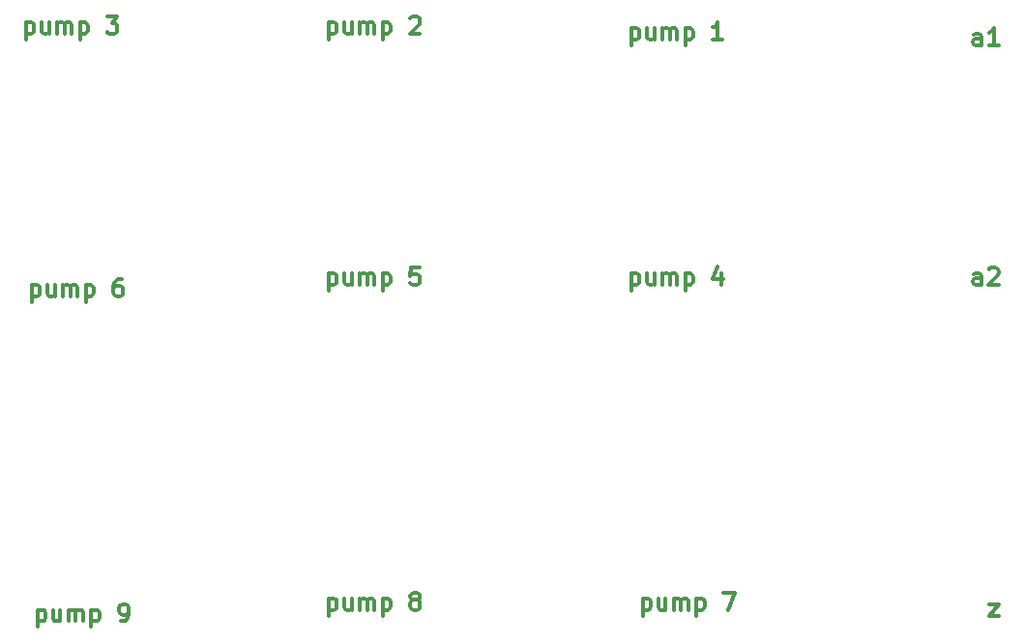
<source format=gbr>
G04 #@! TF.GenerationSoftware,KiCad,Pcbnew,8.0.8-8.0.8-0~ubuntu24.04.1*
G04 #@! TF.CreationDate,2025-04-08T09:18:08-05:00*
G04 #@! TF.ProjectId,wasabi,77617361-6269-42e6-9b69-6361645f7063,rev?*
G04 #@! TF.SameCoordinates,Original*
G04 #@! TF.FileFunction,OtherDrawing,Comment*
%FSLAX46Y46*%
G04 Gerber Fmt 4.6, Leading zero omitted, Abs format (unit mm)*
G04 Created by KiCad (PCBNEW 8.0.8-8.0.8-0~ubuntu24.04.1) date 2025-04-08 09:18:08*
%MOMM*%
%LPD*%
G01*
G04 APERTURE LIST*
%ADD10C,0.300000*%
G04 APERTURE END LIST*
D10*
X100054510Y-112300828D02*
X100054510Y-113800828D01*
X100054510Y-112372257D02*
X100197368Y-112300828D01*
X100197368Y-112300828D02*
X100483082Y-112300828D01*
X100483082Y-112300828D02*
X100625939Y-112372257D01*
X100625939Y-112372257D02*
X100697368Y-112443685D01*
X100697368Y-112443685D02*
X100768796Y-112586542D01*
X100768796Y-112586542D02*
X100768796Y-113015114D01*
X100768796Y-113015114D02*
X100697368Y-113157971D01*
X100697368Y-113157971D02*
X100625939Y-113229400D01*
X100625939Y-113229400D02*
X100483082Y-113300828D01*
X100483082Y-113300828D02*
X100197368Y-113300828D01*
X100197368Y-113300828D02*
X100054510Y-113229400D01*
X102054511Y-112300828D02*
X102054511Y-113300828D01*
X101411653Y-112300828D02*
X101411653Y-113086542D01*
X101411653Y-113086542D02*
X101483082Y-113229400D01*
X101483082Y-113229400D02*
X101625939Y-113300828D01*
X101625939Y-113300828D02*
X101840225Y-113300828D01*
X101840225Y-113300828D02*
X101983082Y-113229400D01*
X101983082Y-113229400D02*
X102054511Y-113157971D01*
X102768796Y-113300828D02*
X102768796Y-112300828D01*
X102768796Y-112443685D02*
X102840225Y-112372257D01*
X102840225Y-112372257D02*
X102983082Y-112300828D01*
X102983082Y-112300828D02*
X103197368Y-112300828D01*
X103197368Y-112300828D02*
X103340225Y-112372257D01*
X103340225Y-112372257D02*
X103411654Y-112515114D01*
X103411654Y-112515114D02*
X103411654Y-113300828D01*
X103411654Y-112515114D02*
X103483082Y-112372257D01*
X103483082Y-112372257D02*
X103625939Y-112300828D01*
X103625939Y-112300828D02*
X103840225Y-112300828D01*
X103840225Y-112300828D02*
X103983082Y-112372257D01*
X103983082Y-112372257D02*
X104054511Y-112515114D01*
X104054511Y-112515114D02*
X104054511Y-113300828D01*
X104768796Y-112300828D02*
X104768796Y-113800828D01*
X104768796Y-112372257D02*
X104911654Y-112300828D01*
X104911654Y-112300828D02*
X105197368Y-112300828D01*
X105197368Y-112300828D02*
X105340225Y-112372257D01*
X105340225Y-112372257D02*
X105411654Y-112443685D01*
X105411654Y-112443685D02*
X105483082Y-112586542D01*
X105483082Y-112586542D02*
X105483082Y-113015114D01*
X105483082Y-113015114D02*
X105411654Y-113157971D01*
X105411654Y-113157971D02*
X105340225Y-113229400D01*
X105340225Y-113229400D02*
X105197368Y-113300828D01*
X105197368Y-113300828D02*
X104911654Y-113300828D01*
X104911654Y-113300828D02*
X104768796Y-113229400D01*
X107983082Y-111800828D02*
X107268796Y-111800828D01*
X107268796Y-111800828D02*
X107197368Y-112515114D01*
X107197368Y-112515114D02*
X107268796Y-112443685D01*
X107268796Y-112443685D02*
X107411654Y-112372257D01*
X107411654Y-112372257D02*
X107768796Y-112372257D01*
X107768796Y-112372257D02*
X107911654Y-112443685D01*
X107911654Y-112443685D02*
X107983082Y-112515114D01*
X107983082Y-112515114D02*
X108054511Y-112657971D01*
X108054511Y-112657971D02*
X108054511Y-113015114D01*
X108054511Y-113015114D02*
X107983082Y-113157971D01*
X107983082Y-113157971D02*
X107911654Y-113229400D01*
X107911654Y-113229400D02*
X107768796Y-113300828D01*
X107768796Y-113300828D02*
X107411654Y-113300828D01*
X107411654Y-113300828D02*
X107268796Y-113229400D01*
X107268796Y-113229400D02*
X107197368Y-113157971D01*
X157197368Y-113300828D02*
X157197368Y-112515114D01*
X157197368Y-112515114D02*
X157125939Y-112372257D01*
X157125939Y-112372257D02*
X156983082Y-112300828D01*
X156983082Y-112300828D02*
X156697368Y-112300828D01*
X156697368Y-112300828D02*
X156554510Y-112372257D01*
X157197368Y-113229400D02*
X157054510Y-113300828D01*
X157054510Y-113300828D02*
X156697368Y-113300828D01*
X156697368Y-113300828D02*
X156554510Y-113229400D01*
X156554510Y-113229400D02*
X156483082Y-113086542D01*
X156483082Y-113086542D02*
X156483082Y-112943685D01*
X156483082Y-112943685D02*
X156554510Y-112800828D01*
X156554510Y-112800828D02*
X156697368Y-112729400D01*
X156697368Y-112729400D02*
X157054510Y-112729400D01*
X157054510Y-112729400D02*
X157197368Y-112657971D01*
X157840225Y-111943685D02*
X157911653Y-111872257D01*
X157911653Y-111872257D02*
X158054511Y-111800828D01*
X158054511Y-111800828D02*
X158411653Y-111800828D01*
X158411653Y-111800828D02*
X158554511Y-111872257D01*
X158554511Y-111872257D02*
X158625939Y-111943685D01*
X158625939Y-111943685D02*
X158697368Y-112086542D01*
X158697368Y-112086542D02*
X158697368Y-112229400D01*
X158697368Y-112229400D02*
X158625939Y-112443685D01*
X158625939Y-112443685D02*
X157768796Y-113300828D01*
X157768796Y-113300828D02*
X158697368Y-113300828D01*
X157911653Y-141300828D02*
X158697368Y-141300828D01*
X158697368Y-141300828D02*
X157911653Y-142300828D01*
X157911653Y-142300828D02*
X158697368Y-142300828D01*
X74554510Y-141800828D02*
X74554510Y-143300828D01*
X74554510Y-141872257D02*
X74697368Y-141800828D01*
X74697368Y-141800828D02*
X74983082Y-141800828D01*
X74983082Y-141800828D02*
X75125939Y-141872257D01*
X75125939Y-141872257D02*
X75197368Y-141943685D01*
X75197368Y-141943685D02*
X75268796Y-142086542D01*
X75268796Y-142086542D02*
X75268796Y-142515114D01*
X75268796Y-142515114D02*
X75197368Y-142657971D01*
X75197368Y-142657971D02*
X75125939Y-142729400D01*
X75125939Y-142729400D02*
X74983082Y-142800828D01*
X74983082Y-142800828D02*
X74697368Y-142800828D01*
X74697368Y-142800828D02*
X74554510Y-142729400D01*
X76554511Y-141800828D02*
X76554511Y-142800828D01*
X75911653Y-141800828D02*
X75911653Y-142586542D01*
X75911653Y-142586542D02*
X75983082Y-142729400D01*
X75983082Y-142729400D02*
X76125939Y-142800828D01*
X76125939Y-142800828D02*
X76340225Y-142800828D01*
X76340225Y-142800828D02*
X76483082Y-142729400D01*
X76483082Y-142729400D02*
X76554511Y-142657971D01*
X77268796Y-142800828D02*
X77268796Y-141800828D01*
X77268796Y-141943685D02*
X77340225Y-141872257D01*
X77340225Y-141872257D02*
X77483082Y-141800828D01*
X77483082Y-141800828D02*
X77697368Y-141800828D01*
X77697368Y-141800828D02*
X77840225Y-141872257D01*
X77840225Y-141872257D02*
X77911654Y-142015114D01*
X77911654Y-142015114D02*
X77911654Y-142800828D01*
X77911654Y-142015114D02*
X77983082Y-141872257D01*
X77983082Y-141872257D02*
X78125939Y-141800828D01*
X78125939Y-141800828D02*
X78340225Y-141800828D01*
X78340225Y-141800828D02*
X78483082Y-141872257D01*
X78483082Y-141872257D02*
X78554511Y-142015114D01*
X78554511Y-142015114D02*
X78554511Y-142800828D01*
X79268796Y-141800828D02*
X79268796Y-143300828D01*
X79268796Y-141872257D02*
X79411654Y-141800828D01*
X79411654Y-141800828D02*
X79697368Y-141800828D01*
X79697368Y-141800828D02*
X79840225Y-141872257D01*
X79840225Y-141872257D02*
X79911654Y-141943685D01*
X79911654Y-141943685D02*
X79983082Y-142086542D01*
X79983082Y-142086542D02*
X79983082Y-142515114D01*
X79983082Y-142515114D02*
X79911654Y-142657971D01*
X79911654Y-142657971D02*
X79840225Y-142729400D01*
X79840225Y-142729400D02*
X79697368Y-142800828D01*
X79697368Y-142800828D02*
X79411654Y-142800828D01*
X79411654Y-142800828D02*
X79268796Y-142729400D01*
X81840225Y-142800828D02*
X82125939Y-142800828D01*
X82125939Y-142800828D02*
X82268796Y-142729400D01*
X82268796Y-142729400D02*
X82340225Y-142657971D01*
X82340225Y-142657971D02*
X82483082Y-142443685D01*
X82483082Y-142443685D02*
X82554511Y-142157971D01*
X82554511Y-142157971D02*
X82554511Y-141586542D01*
X82554511Y-141586542D02*
X82483082Y-141443685D01*
X82483082Y-141443685D02*
X82411654Y-141372257D01*
X82411654Y-141372257D02*
X82268796Y-141300828D01*
X82268796Y-141300828D02*
X81983082Y-141300828D01*
X81983082Y-141300828D02*
X81840225Y-141372257D01*
X81840225Y-141372257D02*
X81768796Y-141443685D01*
X81768796Y-141443685D02*
X81697368Y-141586542D01*
X81697368Y-141586542D02*
X81697368Y-141943685D01*
X81697368Y-141943685D02*
X81768796Y-142086542D01*
X81768796Y-142086542D02*
X81840225Y-142157971D01*
X81840225Y-142157971D02*
X81983082Y-142229400D01*
X81983082Y-142229400D02*
X82268796Y-142229400D01*
X82268796Y-142229400D02*
X82411654Y-142157971D01*
X82411654Y-142157971D02*
X82483082Y-142086542D01*
X82483082Y-142086542D02*
X82554511Y-141943685D01*
X127554510Y-140800828D02*
X127554510Y-142300828D01*
X127554510Y-140872257D02*
X127697368Y-140800828D01*
X127697368Y-140800828D02*
X127983082Y-140800828D01*
X127983082Y-140800828D02*
X128125939Y-140872257D01*
X128125939Y-140872257D02*
X128197368Y-140943685D01*
X128197368Y-140943685D02*
X128268796Y-141086542D01*
X128268796Y-141086542D02*
X128268796Y-141515114D01*
X128268796Y-141515114D02*
X128197368Y-141657971D01*
X128197368Y-141657971D02*
X128125939Y-141729400D01*
X128125939Y-141729400D02*
X127983082Y-141800828D01*
X127983082Y-141800828D02*
X127697368Y-141800828D01*
X127697368Y-141800828D02*
X127554510Y-141729400D01*
X129554511Y-140800828D02*
X129554511Y-141800828D01*
X128911653Y-140800828D02*
X128911653Y-141586542D01*
X128911653Y-141586542D02*
X128983082Y-141729400D01*
X128983082Y-141729400D02*
X129125939Y-141800828D01*
X129125939Y-141800828D02*
X129340225Y-141800828D01*
X129340225Y-141800828D02*
X129483082Y-141729400D01*
X129483082Y-141729400D02*
X129554511Y-141657971D01*
X130268796Y-141800828D02*
X130268796Y-140800828D01*
X130268796Y-140943685D02*
X130340225Y-140872257D01*
X130340225Y-140872257D02*
X130483082Y-140800828D01*
X130483082Y-140800828D02*
X130697368Y-140800828D01*
X130697368Y-140800828D02*
X130840225Y-140872257D01*
X130840225Y-140872257D02*
X130911654Y-141015114D01*
X130911654Y-141015114D02*
X130911654Y-141800828D01*
X130911654Y-141015114D02*
X130983082Y-140872257D01*
X130983082Y-140872257D02*
X131125939Y-140800828D01*
X131125939Y-140800828D02*
X131340225Y-140800828D01*
X131340225Y-140800828D02*
X131483082Y-140872257D01*
X131483082Y-140872257D02*
X131554511Y-141015114D01*
X131554511Y-141015114D02*
X131554511Y-141800828D01*
X132268796Y-140800828D02*
X132268796Y-142300828D01*
X132268796Y-140872257D02*
X132411654Y-140800828D01*
X132411654Y-140800828D02*
X132697368Y-140800828D01*
X132697368Y-140800828D02*
X132840225Y-140872257D01*
X132840225Y-140872257D02*
X132911654Y-140943685D01*
X132911654Y-140943685D02*
X132983082Y-141086542D01*
X132983082Y-141086542D02*
X132983082Y-141515114D01*
X132983082Y-141515114D02*
X132911654Y-141657971D01*
X132911654Y-141657971D02*
X132840225Y-141729400D01*
X132840225Y-141729400D02*
X132697368Y-141800828D01*
X132697368Y-141800828D02*
X132411654Y-141800828D01*
X132411654Y-141800828D02*
X132268796Y-141729400D01*
X134625939Y-140300828D02*
X135625939Y-140300828D01*
X135625939Y-140300828D02*
X134983082Y-141800828D01*
X73554510Y-90300828D02*
X73554510Y-91800828D01*
X73554510Y-90372257D02*
X73697368Y-90300828D01*
X73697368Y-90300828D02*
X73983082Y-90300828D01*
X73983082Y-90300828D02*
X74125939Y-90372257D01*
X74125939Y-90372257D02*
X74197368Y-90443685D01*
X74197368Y-90443685D02*
X74268796Y-90586542D01*
X74268796Y-90586542D02*
X74268796Y-91015114D01*
X74268796Y-91015114D02*
X74197368Y-91157971D01*
X74197368Y-91157971D02*
X74125939Y-91229400D01*
X74125939Y-91229400D02*
X73983082Y-91300828D01*
X73983082Y-91300828D02*
X73697368Y-91300828D01*
X73697368Y-91300828D02*
X73554510Y-91229400D01*
X75554511Y-90300828D02*
X75554511Y-91300828D01*
X74911653Y-90300828D02*
X74911653Y-91086542D01*
X74911653Y-91086542D02*
X74983082Y-91229400D01*
X74983082Y-91229400D02*
X75125939Y-91300828D01*
X75125939Y-91300828D02*
X75340225Y-91300828D01*
X75340225Y-91300828D02*
X75483082Y-91229400D01*
X75483082Y-91229400D02*
X75554511Y-91157971D01*
X76268796Y-91300828D02*
X76268796Y-90300828D01*
X76268796Y-90443685D02*
X76340225Y-90372257D01*
X76340225Y-90372257D02*
X76483082Y-90300828D01*
X76483082Y-90300828D02*
X76697368Y-90300828D01*
X76697368Y-90300828D02*
X76840225Y-90372257D01*
X76840225Y-90372257D02*
X76911654Y-90515114D01*
X76911654Y-90515114D02*
X76911654Y-91300828D01*
X76911654Y-90515114D02*
X76983082Y-90372257D01*
X76983082Y-90372257D02*
X77125939Y-90300828D01*
X77125939Y-90300828D02*
X77340225Y-90300828D01*
X77340225Y-90300828D02*
X77483082Y-90372257D01*
X77483082Y-90372257D02*
X77554511Y-90515114D01*
X77554511Y-90515114D02*
X77554511Y-91300828D01*
X78268796Y-90300828D02*
X78268796Y-91800828D01*
X78268796Y-90372257D02*
X78411654Y-90300828D01*
X78411654Y-90300828D02*
X78697368Y-90300828D01*
X78697368Y-90300828D02*
X78840225Y-90372257D01*
X78840225Y-90372257D02*
X78911654Y-90443685D01*
X78911654Y-90443685D02*
X78983082Y-90586542D01*
X78983082Y-90586542D02*
X78983082Y-91015114D01*
X78983082Y-91015114D02*
X78911654Y-91157971D01*
X78911654Y-91157971D02*
X78840225Y-91229400D01*
X78840225Y-91229400D02*
X78697368Y-91300828D01*
X78697368Y-91300828D02*
X78411654Y-91300828D01*
X78411654Y-91300828D02*
X78268796Y-91229400D01*
X80625939Y-89800828D02*
X81554511Y-89800828D01*
X81554511Y-89800828D02*
X81054511Y-90372257D01*
X81054511Y-90372257D02*
X81268796Y-90372257D01*
X81268796Y-90372257D02*
X81411654Y-90443685D01*
X81411654Y-90443685D02*
X81483082Y-90515114D01*
X81483082Y-90515114D02*
X81554511Y-90657971D01*
X81554511Y-90657971D02*
X81554511Y-91015114D01*
X81554511Y-91015114D02*
X81483082Y-91157971D01*
X81483082Y-91157971D02*
X81411654Y-91229400D01*
X81411654Y-91229400D02*
X81268796Y-91300828D01*
X81268796Y-91300828D02*
X80840225Y-91300828D01*
X80840225Y-91300828D02*
X80697368Y-91229400D01*
X80697368Y-91229400D02*
X80625939Y-91157971D01*
X100054510Y-140800828D02*
X100054510Y-142300828D01*
X100054510Y-140872257D02*
X100197368Y-140800828D01*
X100197368Y-140800828D02*
X100483082Y-140800828D01*
X100483082Y-140800828D02*
X100625939Y-140872257D01*
X100625939Y-140872257D02*
X100697368Y-140943685D01*
X100697368Y-140943685D02*
X100768796Y-141086542D01*
X100768796Y-141086542D02*
X100768796Y-141515114D01*
X100768796Y-141515114D02*
X100697368Y-141657971D01*
X100697368Y-141657971D02*
X100625939Y-141729400D01*
X100625939Y-141729400D02*
X100483082Y-141800828D01*
X100483082Y-141800828D02*
X100197368Y-141800828D01*
X100197368Y-141800828D02*
X100054510Y-141729400D01*
X102054511Y-140800828D02*
X102054511Y-141800828D01*
X101411653Y-140800828D02*
X101411653Y-141586542D01*
X101411653Y-141586542D02*
X101483082Y-141729400D01*
X101483082Y-141729400D02*
X101625939Y-141800828D01*
X101625939Y-141800828D02*
X101840225Y-141800828D01*
X101840225Y-141800828D02*
X101983082Y-141729400D01*
X101983082Y-141729400D02*
X102054511Y-141657971D01*
X102768796Y-141800828D02*
X102768796Y-140800828D01*
X102768796Y-140943685D02*
X102840225Y-140872257D01*
X102840225Y-140872257D02*
X102983082Y-140800828D01*
X102983082Y-140800828D02*
X103197368Y-140800828D01*
X103197368Y-140800828D02*
X103340225Y-140872257D01*
X103340225Y-140872257D02*
X103411654Y-141015114D01*
X103411654Y-141015114D02*
X103411654Y-141800828D01*
X103411654Y-141015114D02*
X103483082Y-140872257D01*
X103483082Y-140872257D02*
X103625939Y-140800828D01*
X103625939Y-140800828D02*
X103840225Y-140800828D01*
X103840225Y-140800828D02*
X103983082Y-140872257D01*
X103983082Y-140872257D02*
X104054511Y-141015114D01*
X104054511Y-141015114D02*
X104054511Y-141800828D01*
X104768796Y-140800828D02*
X104768796Y-142300828D01*
X104768796Y-140872257D02*
X104911654Y-140800828D01*
X104911654Y-140800828D02*
X105197368Y-140800828D01*
X105197368Y-140800828D02*
X105340225Y-140872257D01*
X105340225Y-140872257D02*
X105411654Y-140943685D01*
X105411654Y-140943685D02*
X105483082Y-141086542D01*
X105483082Y-141086542D02*
X105483082Y-141515114D01*
X105483082Y-141515114D02*
X105411654Y-141657971D01*
X105411654Y-141657971D02*
X105340225Y-141729400D01*
X105340225Y-141729400D02*
X105197368Y-141800828D01*
X105197368Y-141800828D02*
X104911654Y-141800828D01*
X104911654Y-141800828D02*
X104768796Y-141729400D01*
X107483082Y-140943685D02*
X107340225Y-140872257D01*
X107340225Y-140872257D02*
X107268796Y-140800828D01*
X107268796Y-140800828D02*
X107197368Y-140657971D01*
X107197368Y-140657971D02*
X107197368Y-140586542D01*
X107197368Y-140586542D02*
X107268796Y-140443685D01*
X107268796Y-140443685D02*
X107340225Y-140372257D01*
X107340225Y-140372257D02*
X107483082Y-140300828D01*
X107483082Y-140300828D02*
X107768796Y-140300828D01*
X107768796Y-140300828D02*
X107911654Y-140372257D01*
X107911654Y-140372257D02*
X107983082Y-140443685D01*
X107983082Y-140443685D02*
X108054511Y-140586542D01*
X108054511Y-140586542D02*
X108054511Y-140657971D01*
X108054511Y-140657971D02*
X107983082Y-140800828D01*
X107983082Y-140800828D02*
X107911654Y-140872257D01*
X107911654Y-140872257D02*
X107768796Y-140943685D01*
X107768796Y-140943685D02*
X107483082Y-140943685D01*
X107483082Y-140943685D02*
X107340225Y-141015114D01*
X107340225Y-141015114D02*
X107268796Y-141086542D01*
X107268796Y-141086542D02*
X107197368Y-141229400D01*
X107197368Y-141229400D02*
X107197368Y-141515114D01*
X107197368Y-141515114D02*
X107268796Y-141657971D01*
X107268796Y-141657971D02*
X107340225Y-141729400D01*
X107340225Y-141729400D02*
X107483082Y-141800828D01*
X107483082Y-141800828D02*
X107768796Y-141800828D01*
X107768796Y-141800828D02*
X107911654Y-141729400D01*
X107911654Y-141729400D02*
X107983082Y-141657971D01*
X107983082Y-141657971D02*
X108054511Y-141515114D01*
X108054511Y-141515114D02*
X108054511Y-141229400D01*
X108054511Y-141229400D02*
X107983082Y-141086542D01*
X107983082Y-141086542D02*
X107911654Y-141015114D01*
X107911654Y-141015114D02*
X107768796Y-140943685D01*
X126554510Y-112300828D02*
X126554510Y-113800828D01*
X126554510Y-112372257D02*
X126697368Y-112300828D01*
X126697368Y-112300828D02*
X126983082Y-112300828D01*
X126983082Y-112300828D02*
X127125939Y-112372257D01*
X127125939Y-112372257D02*
X127197368Y-112443685D01*
X127197368Y-112443685D02*
X127268796Y-112586542D01*
X127268796Y-112586542D02*
X127268796Y-113015114D01*
X127268796Y-113015114D02*
X127197368Y-113157971D01*
X127197368Y-113157971D02*
X127125939Y-113229400D01*
X127125939Y-113229400D02*
X126983082Y-113300828D01*
X126983082Y-113300828D02*
X126697368Y-113300828D01*
X126697368Y-113300828D02*
X126554510Y-113229400D01*
X128554511Y-112300828D02*
X128554511Y-113300828D01*
X127911653Y-112300828D02*
X127911653Y-113086542D01*
X127911653Y-113086542D02*
X127983082Y-113229400D01*
X127983082Y-113229400D02*
X128125939Y-113300828D01*
X128125939Y-113300828D02*
X128340225Y-113300828D01*
X128340225Y-113300828D02*
X128483082Y-113229400D01*
X128483082Y-113229400D02*
X128554511Y-113157971D01*
X129268796Y-113300828D02*
X129268796Y-112300828D01*
X129268796Y-112443685D02*
X129340225Y-112372257D01*
X129340225Y-112372257D02*
X129483082Y-112300828D01*
X129483082Y-112300828D02*
X129697368Y-112300828D01*
X129697368Y-112300828D02*
X129840225Y-112372257D01*
X129840225Y-112372257D02*
X129911654Y-112515114D01*
X129911654Y-112515114D02*
X129911654Y-113300828D01*
X129911654Y-112515114D02*
X129983082Y-112372257D01*
X129983082Y-112372257D02*
X130125939Y-112300828D01*
X130125939Y-112300828D02*
X130340225Y-112300828D01*
X130340225Y-112300828D02*
X130483082Y-112372257D01*
X130483082Y-112372257D02*
X130554511Y-112515114D01*
X130554511Y-112515114D02*
X130554511Y-113300828D01*
X131268796Y-112300828D02*
X131268796Y-113800828D01*
X131268796Y-112372257D02*
X131411654Y-112300828D01*
X131411654Y-112300828D02*
X131697368Y-112300828D01*
X131697368Y-112300828D02*
X131840225Y-112372257D01*
X131840225Y-112372257D02*
X131911654Y-112443685D01*
X131911654Y-112443685D02*
X131983082Y-112586542D01*
X131983082Y-112586542D02*
X131983082Y-113015114D01*
X131983082Y-113015114D02*
X131911654Y-113157971D01*
X131911654Y-113157971D02*
X131840225Y-113229400D01*
X131840225Y-113229400D02*
X131697368Y-113300828D01*
X131697368Y-113300828D02*
X131411654Y-113300828D01*
X131411654Y-113300828D02*
X131268796Y-113229400D01*
X134411654Y-112300828D02*
X134411654Y-113300828D01*
X134054511Y-111729400D02*
X133697368Y-112800828D01*
X133697368Y-112800828D02*
X134625939Y-112800828D01*
X157197368Y-92300828D02*
X157197368Y-91515114D01*
X157197368Y-91515114D02*
X157125939Y-91372257D01*
X157125939Y-91372257D02*
X156983082Y-91300828D01*
X156983082Y-91300828D02*
X156697368Y-91300828D01*
X156697368Y-91300828D02*
X156554510Y-91372257D01*
X157197368Y-92229400D02*
X157054510Y-92300828D01*
X157054510Y-92300828D02*
X156697368Y-92300828D01*
X156697368Y-92300828D02*
X156554510Y-92229400D01*
X156554510Y-92229400D02*
X156483082Y-92086542D01*
X156483082Y-92086542D02*
X156483082Y-91943685D01*
X156483082Y-91943685D02*
X156554510Y-91800828D01*
X156554510Y-91800828D02*
X156697368Y-91729400D01*
X156697368Y-91729400D02*
X157054510Y-91729400D01*
X157054510Y-91729400D02*
X157197368Y-91657971D01*
X158697368Y-92300828D02*
X157840225Y-92300828D01*
X158268796Y-92300828D02*
X158268796Y-90800828D01*
X158268796Y-90800828D02*
X158125939Y-91015114D01*
X158125939Y-91015114D02*
X157983082Y-91157971D01*
X157983082Y-91157971D02*
X157840225Y-91229400D01*
X100054510Y-90300828D02*
X100054510Y-91800828D01*
X100054510Y-90372257D02*
X100197368Y-90300828D01*
X100197368Y-90300828D02*
X100483082Y-90300828D01*
X100483082Y-90300828D02*
X100625939Y-90372257D01*
X100625939Y-90372257D02*
X100697368Y-90443685D01*
X100697368Y-90443685D02*
X100768796Y-90586542D01*
X100768796Y-90586542D02*
X100768796Y-91015114D01*
X100768796Y-91015114D02*
X100697368Y-91157971D01*
X100697368Y-91157971D02*
X100625939Y-91229400D01*
X100625939Y-91229400D02*
X100483082Y-91300828D01*
X100483082Y-91300828D02*
X100197368Y-91300828D01*
X100197368Y-91300828D02*
X100054510Y-91229400D01*
X102054511Y-90300828D02*
X102054511Y-91300828D01*
X101411653Y-90300828D02*
X101411653Y-91086542D01*
X101411653Y-91086542D02*
X101483082Y-91229400D01*
X101483082Y-91229400D02*
X101625939Y-91300828D01*
X101625939Y-91300828D02*
X101840225Y-91300828D01*
X101840225Y-91300828D02*
X101983082Y-91229400D01*
X101983082Y-91229400D02*
X102054511Y-91157971D01*
X102768796Y-91300828D02*
X102768796Y-90300828D01*
X102768796Y-90443685D02*
X102840225Y-90372257D01*
X102840225Y-90372257D02*
X102983082Y-90300828D01*
X102983082Y-90300828D02*
X103197368Y-90300828D01*
X103197368Y-90300828D02*
X103340225Y-90372257D01*
X103340225Y-90372257D02*
X103411654Y-90515114D01*
X103411654Y-90515114D02*
X103411654Y-91300828D01*
X103411654Y-90515114D02*
X103483082Y-90372257D01*
X103483082Y-90372257D02*
X103625939Y-90300828D01*
X103625939Y-90300828D02*
X103840225Y-90300828D01*
X103840225Y-90300828D02*
X103983082Y-90372257D01*
X103983082Y-90372257D02*
X104054511Y-90515114D01*
X104054511Y-90515114D02*
X104054511Y-91300828D01*
X104768796Y-90300828D02*
X104768796Y-91800828D01*
X104768796Y-90372257D02*
X104911654Y-90300828D01*
X104911654Y-90300828D02*
X105197368Y-90300828D01*
X105197368Y-90300828D02*
X105340225Y-90372257D01*
X105340225Y-90372257D02*
X105411654Y-90443685D01*
X105411654Y-90443685D02*
X105483082Y-90586542D01*
X105483082Y-90586542D02*
X105483082Y-91015114D01*
X105483082Y-91015114D02*
X105411654Y-91157971D01*
X105411654Y-91157971D02*
X105340225Y-91229400D01*
X105340225Y-91229400D02*
X105197368Y-91300828D01*
X105197368Y-91300828D02*
X104911654Y-91300828D01*
X104911654Y-91300828D02*
X104768796Y-91229400D01*
X107197368Y-89943685D02*
X107268796Y-89872257D01*
X107268796Y-89872257D02*
X107411654Y-89800828D01*
X107411654Y-89800828D02*
X107768796Y-89800828D01*
X107768796Y-89800828D02*
X107911654Y-89872257D01*
X107911654Y-89872257D02*
X107983082Y-89943685D01*
X107983082Y-89943685D02*
X108054511Y-90086542D01*
X108054511Y-90086542D02*
X108054511Y-90229400D01*
X108054511Y-90229400D02*
X107983082Y-90443685D01*
X107983082Y-90443685D02*
X107125939Y-91300828D01*
X107125939Y-91300828D02*
X108054511Y-91300828D01*
X74054510Y-113300828D02*
X74054510Y-114800828D01*
X74054510Y-113372257D02*
X74197368Y-113300828D01*
X74197368Y-113300828D02*
X74483082Y-113300828D01*
X74483082Y-113300828D02*
X74625939Y-113372257D01*
X74625939Y-113372257D02*
X74697368Y-113443685D01*
X74697368Y-113443685D02*
X74768796Y-113586542D01*
X74768796Y-113586542D02*
X74768796Y-114015114D01*
X74768796Y-114015114D02*
X74697368Y-114157971D01*
X74697368Y-114157971D02*
X74625939Y-114229400D01*
X74625939Y-114229400D02*
X74483082Y-114300828D01*
X74483082Y-114300828D02*
X74197368Y-114300828D01*
X74197368Y-114300828D02*
X74054510Y-114229400D01*
X76054511Y-113300828D02*
X76054511Y-114300828D01*
X75411653Y-113300828D02*
X75411653Y-114086542D01*
X75411653Y-114086542D02*
X75483082Y-114229400D01*
X75483082Y-114229400D02*
X75625939Y-114300828D01*
X75625939Y-114300828D02*
X75840225Y-114300828D01*
X75840225Y-114300828D02*
X75983082Y-114229400D01*
X75983082Y-114229400D02*
X76054511Y-114157971D01*
X76768796Y-114300828D02*
X76768796Y-113300828D01*
X76768796Y-113443685D02*
X76840225Y-113372257D01*
X76840225Y-113372257D02*
X76983082Y-113300828D01*
X76983082Y-113300828D02*
X77197368Y-113300828D01*
X77197368Y-113300828D02*
X77340225Y-113372257D01*
X77340225Y-113372257D02*
X77411654Y-113515114D01*
X77411654Y-113515114D02*
X77411654Y-114300828D01*
X77411654Y-113515114D02*
X77483082Y-113372257D01*
X77483082Y-113372257D02*
X77625939Y-113300828D01*
X77625939Y-113300828D02*
X77840225Y-113300828D01*
X77840225Y-113300828D02*
X77983082Y-113372257D01*
X77983082Y-113372257D02*
X78054511Y-113515114D01*
X78054511Y-113515114D02*
X78054511Y-114300828D01*
X78768796Y-113300828D02*
X78768796Y-114800828D01*
X78768796Y-113372257D02*
X78911654Y-113300828D01*
X78911654Y-113300828D02*
X79197368Y-113300828D01*
X79197368Y-113300828D02*
X79340225Y-113372257D01*
X79340225Y-113372257D02*
X79411654Y-113443685D01*
X79411654Y-113443685D02*
X79483082Y-113586542D01*
X79483082Y-113586542D02*
X79483082Y-114015114D01*
X79483082Y-114015114D02*
X79411654Y-114157971D01*
X79411654Y-114157971D02*
X79340225Y-114229400D01*
X79340225Y-114229400D02*
X79197368Y-114300828D01*
X79197368Y-114300828D02*
X78911654Y-114300828D01*
X78911654Y-114300828D02*
X78768796Y-114229400D01*
X81911654Y-112800828D02*
X81625939Y-112800828D01*
X81625939Y-112800828D02*
X81483082Y-112872257D01*
X81483082Y-112872257D02*
X81411654Y-112943685D01*
X81411654Y-112943685D02*
X81268796Y-113157971D01*
X81268796Y-113157971D02*
X81197368Y-113443685D01*
X81197368Y-113443685D02*
X81197368Y-114015114D01*
X81197368Y-114015114D02*
X81268796Y-114157971D01*
X81268796Y-114157971D02*
X81340225Y-114229400D01*
X81340225Y-114229400D02*
X81483082Y-114300828D01*
X81483082Y-114300828D02*
X81768796Y-114300828D01*
X81768796Y-114300828D02*
X81911654Y-114229400D01*
X81911654Y-114229400D02*
X81983082Y-114157971D01*
X81983082Y-114157971D02*
X82054511Y-114015114D01*
X82054511Y-114015114D02*
X82054511Y-113657971D01*
X82054511Y-113657971D02*
X81983082Y-113515114D01*
X81983082Y-113515114D02*
X81911654Y-113443685D01*
X81911654Y-113443685D02*
X81768796Y-113372257D01*
X81768796Y-113372257D02*
X81483082Y-113372257D01*
X81483082Y-113372257D02*
X81340225Y-113443685D01*
X81340225Y-113443685D02*
X81268796Y-113515114D01*
X81268796Y-113515114D02*
X81197368Y-113657971D01*
X126554510Y-90800828D02*
X126554510Y-92300828D01*
X126554510Y-90872257D02*
X126697368Y-90800828D01*
X126697368Y-90800828D02*
X126983082Y-90800828D01*
X126983082Y-90800828D02*
X127125939Y-90872257D01*
X127125939Y-90872257D02*
X127197368Y-90943685D01*
X127197368Y-90943685D02*
X127268796Y-91086542D01*
X127268796Y-91086542D02*
X127268796Y-91515114D01*
X127268796Y-91515114D02*
X127197368Y-91657971D01*
X127197368Y-91657971D02*
X127125939Y-91729400D01*
X127125939Y-91729400D02*
X126983082Y-91800828D01*
X126983082Y-91800828D02*
X126697368Y-91800828D01*
X126697368Y-91800828D02*
X126554510Y-91729400D01*
X128554511Y-90800828D02*
X128554511Y-91800828D01*
X127911653Y-90800828D02*
X127911653Y-91586542D01*
X127911653Y-91586542D02*
X127983082Y-91729400D01*
X127983082Y-91729400D02*
X128125939Y-91800828D01*
X128125939Y-91800828D02*
X128340225Y-91800828D01*
X128340225Y-91800828D02*
X128483082Y-91729400D01*
X128483082Y-91729400D02*
X128554511Y-91657971D01*
X129268796Y-91800828D02*
X129268796Y-90800828D01*
X129268796Y-90943685D02*
X129340225Y-90872257D01*
X129340225Y-90872257D02*
X129483082Y-90800828D01*
X129483082Y-90800828D02*
X129697368Y-90800828D01*
X129697368Y-90800828D02*
X129840225Y-90872257D01*
X129840225Y-90872257D02*
X129911654Y-91015114D01*
X129911654Y-91015114D02*
X129911654Y-91800828D01*
X129911654Y-91015114D02*
X129983082Y-90872257D01*
X129983082Y-90872257D02*
X130125939Y-90800828D01*
X130125939Y-90800828D02*
X130340225Y-90800828D01*
X130340225Y-90800828D02*
X130483082Y-90872257D01*
X130483082Y-90872257D02*
X130554511Y-91015114D01*
X130554511Y-91015114D02*
X130554511Y-91800828D01*
X131268796Y-90800828D02*
X131268796Y-92300828D01*
X131268796Y-90872257D02*
X131411654Y-90800828D01*
X131411654Y-90800828D02*
X131697368Y-90800828D01*
X131697368Y-90800828D02*
X131840225Y-90872257D01*
X131840225Y-90872257D02*
X131911654Y-90943685D01*
X131911654Y-90943685D02*
X131983082Y-91086542D01*
X131983082Y-91086542D02*
X131983082Y-91515114D01*
X131983082Y-91515114D02*
X131911654Y-91657971D01*
X131911654Y-91657971D02*
X131840225Y-91729400D01*
X131840225Y-91729400D02*
X131697368Y-91800828D01*
X131697368Y-91800828D02*
X131411654Y-91800828D01*
X131411654Y-91800828D02*
X131268796Y-91729400D01*
X134554511Y-91800828D02*
X133697368Y-91800828D01*
X134125939Y-91800828D02*
X134125939Y-90300828D01*
X134125939Y-90300828D02*
X133983082Y-90515114D01*
X133983082Y-90515114D02*
X133840225Y-90657971D01*
X133840225Y-90657971D02*
X133697368Y-90729400D01*
M02*

</source>
